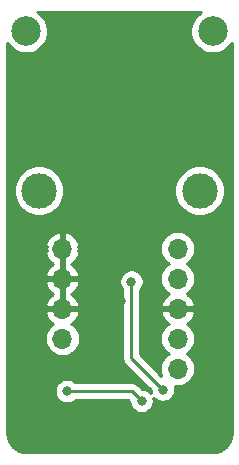
<source format=gbl>
G04 #@! TF.GenerationSoftware,KiCad,Pcbnew,(5.1.0)-1*
G04 #@! TF.CreationDate,2019-04-10T14:00:02-04:00*
G04 #@! TF.ProjectId,thermocouple_daughter,74686572-6d6f-4636-9f75-706c655f6461,rev?*
G04 #@! TF.SameCoordinates,Original*
G04 #@! TF.FileFunction,Copper,L2,Bot*
G04 #@! TF.FilePolarity,Positive*
%FSLAX46Y46*%
G04 Gerber Fmt 4.6, Leading zero omitted, Abs format (unit mm)*
G04 Created by KiCad (PCBNEW (5.1.0)-1) date 2019-04-10 14:00:02*
%MOMM*%
%LPD*%
G04 APERTURE LIST*
%ADD10C,3.000000*%
%ADD11C,2.500000*%
%ADD12O,1.700000X1.700000*%
%ADD13C,0.800000*%
%ADD14C,0.250000*%
%ADD15C,0.254000*%
G04 APERTURE END LIST*
D10*
X164534000Y-87033000D03*
X150934000Y-87033000D03*
D11*
X165634000Y-73533000D03*
X149834000Y-73533000D03*
D12*
X162668000Y-102108000D03*
X152908000Y-99568000D03*
X162668000Y-99568000D03*
X152908000Y-97028000D03*
X162668000Y-97028000D03*
X152908000Y-94488000D03*
X162668000Y-94488000D03*
X152908000Y-91948000D03*
X162668000Y-91948000D03*
D13*
X158750000Y-94742000D03*
X161417000Y-103886000D03*
X155067000Y-98679000D03*
X157861000Y-96393000D03*
X155194000Y-95123000D03*
X156464000Y-105791000D03*
X160401000Y-108077000D03*
X164719000Y-101600000D03*
X157607000Y-99822000D03*
X159619469Y-104836837D03*
X153289000Y-104013000D03*
D14*
X158750000Y-101219000D02*
X158750000Y-94742000D01*
X161417000Y-103886000D02*
X158750000Y-101219000D01*
X159619469Y-104836837D02*
X158795632Y-104013000D01*
X158795632Y-104013000D02*
X153289000Y-104013000D01*
D15*
G36*
X164432382Y-72068825D02*
G01*
X164169825Y-72331382D01*
X163963534Y-72640118D01*
X163821439Y-72983166D01*
X163749000Y-73347344D01*
X163749000Y-73718656D01*
X163821439Y-74082834D01*
X163963534Y-74425882D01*
X164169825Y-74734618D01*
X164432382Y-74997175D01*
X164741118Y-75203466D01*
X165084166Y-75345561D01*
X165448344Y-75418000D01*
X165819656Y-75418000D01*
X166183834Y-75345561D01*
X166526882Y-75203466D01*
X166835618Y-74997175D01*
X167098175Y-74734618D01*
X167234000Y-74531342D01*
X167234001Y-107536711D01*
X167199928Y-107884209D01*
X167108384Y-108187417D01*
X166959693Y-108467063D01*
X166759516Y-108712505D01*
X166515476Y-108914392D01*
X166236875Y-109065031D01*
X165934313Y-109158690D01*
X165588842Y-109195000D01*
X149892279Y-109195000D01*
X149544791Y-109160928D01*
X149241583Y-109069384D01*
X148961937Y-108920693D01*
X148716495Y-108720516D01*
X148514608Y-108476476D01*
X148363969Y-108197875D01*
X148270310Y-107895313D01*
X148234000Y-107549842D01*
X148234000Y-103911061D01*
X152254000Y-103911061D01*
X152254000Y-104114939D01*
X152293774Y-104314898D01*
X152371795Y-104503256D01*
X152485063Y-104672774D01*
X152629226Y-104816937D01*
X152798744Y-104930205D01*
X152987102Y-105008226D01*
X153187061Y-105048000D01*
X153390939Y-105048000D01*
X153590898Y-105008226D01*
X153779256Y-104930205D01*
X153948774Y-104816937D01*
X153992711Y-104773000D01*
X158480830Y-104773000D01*
X158584469Y-104876639D01*
X158584469Y-104938776D01*
X158624243Y-105138735D01*
X158702264Y-105327093D01*
X158815532Y-105496611D01*
X158959695Y-105640774D01*
X159129213Y-105754042D01*
X159317571Y-105832063D01*
X159517530Y-105871837D01*
X159721408Y-105871837D01*
X159921367Y-105832063D01*
X160109725Y-105754042D01*
X160279243Y-105640774D01*
X160423406Y-105496611D01*
X160536674Y-105327093D01*
X160614695Y-105138735D01*
X160654469Y-104938776D01*
X160654469Y-104734898D01*
X160617791Y-104550502D01*
X160757226Y-104689937D01*
X160926744Y-104803205D01*
X161115102Y-104881226D01*
X161315061Y-104921000D01*
X161518939Y-104921000D01*
X161718898Y-104881226D01*
X161907256Y-104803205D01*
X162076774Y-104689937D01*
X162220937Y-104545774D01*
X162334205Y-104376256D01*
X162412226Y-104187898D01*
X162452000Y-103987939D01*
X162452000Y-103784061D01*
X162412226Y-103584102D01*
X162408293Y-103574606D01*
X162595050Y-103593000D01*
X162740950Y-103593000D01*
X162959111Y-103571513D01*
X163239034Y-103486599D01*
X163497014Y-103348706D01*
X163723134Y-103163134D01*
X163908706Y-102937014D01*
X164046599Y-102679034D01*
X164131513Y-102399111D01*
X164160185Y-102108000D01*
X164131513Y-101816889D01*
X164046599Y-101536966D01*
X163908706Y-101278986D01*
X163723134Y-101052866D01*
X163497014Y-100867294D01*
X163442209Y-100838000D01*
X163497014Y-100808706D01*
X163723134Y-100623134D01*
X163908706Y-100397014D01*
X164046599Y-100139034D01*
X164131513Y-99859111D01*
X164160185Y-99568000D01*
X164131513Y-99276889D01*
X164046599Y-98996966D01*
X163908706Y-98738986D01*
X163723134Y-98512866D01*
X163497014Y-98327294D01*
X163432477Y-98292799D01*
X163549355Y-98223178D01*
X163765588Y-98028269D01*
X163939641Y-97794920D01*
X164064825Y-97532099D01*
X164109476Y-97384890D01*
X163988155Y-97155000D01*
X162795000Y-97155000D01*
X162795000Y-97175000D01*
X162541000Y-97175000D01*
X162541000Y-97155000D01*
X161347845Y-97155000D01*
X161226524Y-97384890D01*
X161271175Y-97532099D01*
X161396359Y-97794920D01*
X161570412Y-98028269D01*
X161786645Y-98223178D01*
X161903523Y-98292799D01*
X161838986Y-98327294D01*
X161612866Y-98512866D01*
X161427294Y-98738986D01*
X161289401Y-98996966D01*
X161204487Y-99276889D01*
X161175815Y-99568000D01*
X161204487Y-99859111D01*
X161289401Y-100139034D01*
X161427294Y-100397014D01*
X161612866Y-100623134D01*
X161838986Y-100808706D01*
X161893791Y-100838000D01*
X161838986Y-100867294D01*
X161612866Y-101052866D01*
X161427294Y-101278986D01*
X161289401Y-101536966D01*
X161204487Y-101816889D01*
X161175815Y-102108000D01*
X161204487Y-102399111D01*
X161289401Y-102679034D01*
X161294643Y-102688841D01*
X159510000Y-100904199D01*
X159510000Y-95445711D01*
X159553937Y-95401774D01*
X159667205Y-95232256D01*
X159745226Y-95043898D01*
X159785000Y-94843939D01*
X159785000Y-94640061D01*
X159745226Y-94440102D01*
X159667205Y-94251744D01*
X159553937Y-94082226D01*
X159409774Y-93938063D01*
X159240256Y-93824795D01*
X159051898Y-93746774D01*
X158851939Y-93707000D01*
X158648061Y-93707000D01*
X158448102Y-93746774D01*
X158259744Y-93824795D01*
X158090226Y-93938063D01*
X157946063Y-94082226D01*
X157832795Y-94251744D01*
X157754774Y-94440102D01*
X157715000Y-94640061D01*
X157715000Y-94843939D01*
X157754774Y-95043898D01*
X157832795Y-95232256D01*
X157946063Y-95401774D01*
X157990001Y-95445712D01*
X157990000Y-101181677D01*
X157986324Y-101219000D01*
X157990000Y-101256322D01*
X157990000Y-101256332D01*
X158000997Y-101367985D01*
X158044454Y-101511246D01*
X158115026Y-101643276D01*
X158154871Y-101691826D01*
X158209999Y-101759001D01*
X158239003Y-101782804D01*
X160382000Y-103925802D01*
X160382000Y-103987939D01*
X160418678Y-104172335D01*
X160279243Y-104032900D01*
X160109725Y-103919632D01*
X159921367Y-103841611D01*
X159721408Y-103801837D01*
X159659271Y-103801837D01*
X159359435Y-103502002D01*
X159335633Y-103472999D01*
X159219908Y-103378026D01*
X159087879Y-103307454D01*
X158944618Y-103263997D01*
X158832965Y-103253000D01*
X158832954Y-103253000D01*
X158795632Y-103249324D01*
X158758310Y-103253000D01*
X153992711Y-103253000D01*
X153948774Y-103209063D01*
X153779256Y-103095795D01*
X153590898Y-103017774D01*
X153390939Y-102978000D01*
X153187061Y-102978000D01*
X152987102Y-103017774D01*
X152798744Y-103095795D01*
X152629226Y-103209063D01*
X152485063Y-103353226D01*
X152371795Y-103522744D01*
X152293774Y-103711102D01*
X152254000Y-103911061D01*
X148234000Y-103911061D01*
X148234000Y-99568000D01*
X151415815Y-99568000D01*
X151444487Y-99859111D01*
X151529401Y-100139034D01*
X151667294Y-100397014D01*
X151852866Y-100623134D01*
X152078986Y-100808706D01*
X152336966Y-100946599D01*
X152616889Y-101031513D01*
X152835050Y-101053000D01*
X152980950Y-101053000D01*
X153199111Y-101031513D01*
X153479034Y-100946599D01*
X153737014Y-100808706D01*
X153963134Y-100623134D01*
X154148706Y-100397014D01*
X154286599Y-100139034D01*
X154371513Y-99859111D01*
X154400185Y-99568000D01*
X154371513Y-99276889D01*
X154286599Y-98996966D01*
X154148706Y-98738986D01*
X153963134Y-98512866D01*
X153737014Y-98327294D01*
X153672477Y-98292799D01*
X153789355Y-98223178D01*
X154005588Y-98028269D01*
X154179641Y-97794920D01*
X154304825Y-97532099D01*
X154349476Y-97384890D01*
X154228155Y-97155000D01*
X153035000Y-97155000D01*
X153035000Y-97175000D01*
X152781000Y-97175000D01*
X152781000Y-97155000D01*
X151587845Y-97155000D01*
X151466524Y-97384890D01*
X151511175Y-97532099D01*
X151636359Y-97794920D01*
X151810412Y-98028269D01*
X152026645Y-98223178D01*
X152143523Y-98292799D01*
X152078986Y-98327294D01*
X151852866Y-98512866D01*
X151667294Y-98738986D01*
X151529401Y-98996966D01*
X151444487Y-99276889D01*
X151415815Y-99568000D01*
X148234000Y-99568000D01*
X148234000Y-94844890D01*
X151466524Y-94844890D01*
X151511175Y-94992099D01*
X151636359Y-95254920D01*
X151810412Y-95488269D01*
X152026645Y-95683178D01*
X152152255Y-95758000D01*
X152026645Y-95832822D01*
X151810412Y-96027731D01*
X151636359Y-96261080D01*
X151511175Y-96523901D01*
X151466524Y-96671110D01*
X151587845Y-96901000D01*
X152781000Y-96901000D01*
X152781000Y-94615000D01*
X153035000Y-94615000D01*
X153035000Y-96901000D01*
X154228155Y-96901000D01*
X154349476Y-96671110D01*
X154304825Y-96523901D01*
X154179641Y-96261080D01*
X154005588Y-96027731D01*
X153789355Y-95832822D01*
X153663745Y-95758000D01*
X153789355Y-95683178D01*
X154005588Y-95488269D01*
X154179641Y-95254920D01*
X154304825Y-94992099D01*
X154349476Y-94844890D01*
X154228155Y-94615000D01*
X153035000Y-94615000D01*
X152781000Y-94615000D01*
X151587845Y-94615000D01*
X151466524Y-94844890D01*
X148234000Y-94844890D01*
X148234000Y-91820998D01*
X151423000Y-91820998D01*
X151423000Y-92075002D01*
X151587844Y-92075002D01*
X151466524Y-92304890D01*
X151511175Y-92452099D01*
X151636359Y-92714920D01*
X151810412Y-92948269D01*
X152026645Y-93143178D01*
X152152255Y-93218000D01*
X152026645Y-93292822D01*
X151810412Y-93487731D01*
X151636359Y-93721080D01*
X151511175Y-93983901D01*
X151466524Y-94131110D01*
X151587845Y-94361000D01*
X152781000Y-94361000D01*
X152781000Y-92075000D01*
X152761000Y-92075000D01*
X152761000Y-91821000D01*
X152781000Y-91821000D01*
X152781000Y-90627186D01*
X153035000Y-90627186D01*
X153035000Y-91821000D01*
X153055000Y-91821000D01*
X153055000Y-92075000D01*
X153035000Y-92075000D01*
X153035000Y-94361000D01*
X154228155Y-94361000D01*
X154349476Y-94131110D01*
X154304825Y-93983901D01*
X154179641Y-93721080D01*
X154005588Y-93487731D01*
X153789355Y-93292822D01*
X153663745Y-93218000D01*
X153789355Y-93143178D01*
X154005588Y-92948269D01*
X154179641Y-92714920D01*
X154304825Y-92452099D01*
X154349476Y-92304890D01*
X154228156Y-92075002D01*
X154393000Y-92075002D01*
X154393000Y-91948000D01*
X161175815Y-91948000D01*
X161204487Y-92239111D01*
X161289401Y-92519034D01*
X161427294Y-92777014D01*
X161612866Y-93003134D01*
X161838986Y-93188706D01*
X161893791Y-93218000D01*
X161838986Y-93247294D01*
X161612866Y-93432866D01*
X161427294Y-93658986D01*
X161289401Y-93916966D01*
X161204487Y-94196889D01*
X161175815Y-94488000D01*
X161204487Y-94779111D01*
X161289401Y-95059034D01*
X161427294Y-95317014D01*
X161612866Y-95543134D01*
X161838986Y-95728706D01*
X161903523Y-95763201D01*
X161786645Y-95832822D01*
X161570412Y-96027731D01*
X161396359Y-96261080D01*
X161271175Y-96523901D01*
X161226524Y-96671110D01*
X161347845Y-96901000D01*
X162541000Y-96901000D01*
X162541000Y-96881000D01*
X162795000Y-96881000D01*
X162795000Y-96901000D01*
X163988155Y-96901000D01*
X164109476Y-96671110D01*
X164064825Y-96523901D01*
X163939641Y-96261080D01*
X163765588Y-96027731D01*
X163549355Y-95832822D01*
X163432477Y-95763201D01*
X163497014Y-95728706D01*
X163723134Y-95543134D01*
X163908706Y-95317014D01*
X164046599Y-95059034D01*
X164131513Y-94779111D01*
X164160185Y-94488000D01*
X164131513Y-94196889D01*
X164046599Y-93916966D01*
X163908706Y-93658986D01*
X163723134Y-93432866D01*
X163497014Y-93247294D01*
X163442209Y-93218000D01*
X163497014Y-93188706D01*
X163723134Y-93003134D01*
X163908706Y-92777014D01*
X164046599Y-92519034D01*
X164131513Y-92239111D01*
X164160185Y-91948000D01*
X164131513Y-91656889D01*
X164046599Y-91376966D01*
X163908706Y-91118986D01*
X163723134Y-90892866D01*
X163497014Y-90707294D01*
X163239034Y-90569401D01*
X162959111Y-90484487D01*
X162740950Y-90463000D01*
X162595050Y-90463000D01*
X162376889Y-90484487D01*
X162096966Y-90569401D01*
X161838986Y-90707294D01*
X161612866Y-90892866D01*
X161427294Y-91118986D01*
X161289401Y-91376966D01*
X161204487Y-91656889D01*
X161175815Y-91948000D01*
X154393000Y-91948000D01*
X154393000Y-91820998D01*
X154228156Y-91820998D01*
X154349476Y-91591110D01*
X154304825Y-91443901D01*
X154179641Y-91181080D01*
X154005588Y-90947731D01*
X153789355Y-90752822D01*
X153539252Y-90603843D01*
X153264891Y-90506519D01*
X153035000Y-90627186D01*
X152781000Y-90627186D01*
X152551109Y-90506519D01*
X152276748Y-90603843D01*
X152026645Y-90752822D01*
X151810412Y-90947731D01*
X151636359Y-91181080D01*
X151511175Y-91443901D01*
X151466524Y-91591110D01*
X151587844Y-91820998D01*
X151423000Y-91820998D01*
X148234000Y-91820998D01*
X148234000Y-86822721D01*
X148799000Y-86822721D01*
X148799000Y-87243279D01*
X148881047Y-87655756D01*
X149041988Y-88044302D01*
X149275637Y-88393983D01*
X149573017Y-88691363D01*
X149922698Y-88925012D01*
X150311244Y-89085953D01*
X150723721Y-89168000D01*
X151144279Y-89168000D01*
X151556756Y-89085953D01*
X151945302Y-88925012D01*
X152294983Y-88691363D01*
X152592363Y-88393983D01*
X152826012Y-88044302D01*
X152986953Y-87655756D01*
X153069000Y-87243279D01*
X153069000Y-86822721D01*
X162399000Y-86822721D01*
X162399000Y-87243279D01*
X162481047Y-87655756D01*
X162641988Y-88044302D01*
X162875637Y-88393983D01*
X163173017Y-88691363D01*
X163522698Y-88925012D01*
X163911244Y-89085953D01*
X164323721Y-89168000D01*
X164744279Y-89168000D01*
X165156756Y-89085953D01*
X165545302Y-88925012D01*
X165894983Y-88691363D01*
X166192363Y-88393983D01*
X166426012Y-88044302D01*
X166586953Y-87655756D01*
X166669000Y-87243279D01*
X166669000Y-86822721D01*
X166586953Y-86410244D01*
X166426012Y-86021698D01*
X166192363Y-85672017D01*
X165894983Y-85374637D01*
X165545302Y-85140988D01*
X165156756Y-84980047D01*
X164744279Y-84898000D01*
X164323721Y-84898000D01*
X163911244Y-84980047D01*
X163522698Y-85140988D01*
X163173017Y-85374637D01*
X162875637Y-85672017D01*
X162641988Y-86021698D01*
X162481047Y-86410244D01*
X162399000Y-86822721D01*
X153069000Y-86822721D01*
X152986953Y-86410244D01*
X152826012Y-86021698D01*
X152592363Y-85672017D01*
X152294983Y-85374637D01*
X151945302Y-85140988D01*
X151556756Y-84980047D01*
X151144279Y-84898000D01*
X150723721Y-84898000D01*
X150311244Y-84980047D01*
X149922698Y-85140988D01*
X149573017Y-85374637D01*
X149275637Y-85672017D01*
X149041988Y-86021698D01*
X148881047Y-86410244D01*
X148799000Y-86822721D01*
X148234000Y-86822721D01*
X148234000Y-74531342D01*
X148369825Y-74734618D01*
X148632382Y-74997175D01*
X148941118Y-75203466D01*
X149284166Y-75345561D01*
X149648344Y-75418000D01*
X150019656Y-75418000D01*
X150383834Y-75345561D01*
X150726882Y-75203466D01*
X151035618Y-74997175D01*
X151298175Y-74734618D01*
X151504466Y-74425882D01*
X151646561Y-74082834D01*
X151719000Y-73718656D01*
X151719000Y-73347344D01*
X151646561Y-72983166D01*
X151504466Y-72640118D01*
X151298175Y-72331382D01*
X151035618Y-72068825D01*
X150793430Y-71907000D01*
X164674570Y-71907000D01*
X164432382Y-72068825D01*
X164432382Y-72068825D01*
G37*
X164432382Y-72068825D02*
X164169825Y-72331382D01*
X163963534Y-72640118D01*
X163821439Y-72983166D01*
X163749000Y-73347344D01*
X163749000Y-73718656D01*
X163821439Y-74082834D01*
X163963534Y-74425882D01*
X164169825Y-74734618D01*
X164432382Y-74997175D01*
X164741118Y-75203466D01*
X165084166Y-75345561D01*
X165448344Y-75418000D01*
X165819656Y-75418000D01*
X166183834Y-75345561D01*
X166526882Y-75203466D01*
X166835618Y-74997175D01*
X167098175Y-74734618D01*
X167234000Y-74531342D01*
X167234001Y-107536711D01*
X167199928Y-107884209D01*
X167108384Y-108187417D01*
X166959693Y-108467063D01*
X166759516Y-108712505D01*
X166515476Y-108914392D01*
X166236875Y-109065031D01*
X165934313Y-109158690D01*
X165588842Y-109195000D01*
X149892279Y-109195000D01*
X149544791Y-109160928D01*
X149241583Y-109069384D01*
X148961937Y-108920693D01*
X148716495Y-108720516D01*
X148514608Y-108476476D01*
X148363969Y-108197875D01*
X148270310Y-107895313D01*
X148234000Y-107549842D01*
X148234000Y-103911061D01*
X152254000Y-103911061D01*
X152254000Y-104114939D01*
X152293774Y-104314898D01*
X152371795Y-104503256D01*
X152485063Y-104672774D01*
X152629226Y-104816937D01*
X152798744Y-104930205D01*
X152987102Y-105008226D01*
X153187061Y-105048000D01*
X153390939Y-105048000D01*
X153590898Y-105008226D01*
X153779256Y-104930205D01*
X153948774Y-104816937D01*
X153992711Y-104773000D01*
X158480830Y-104773000D01*
X158584469Y-104876639D01*
X158584469Y-104938776D01*
X158624243Y-105138735D01*
X158702264Y-105327093D01*
X158815532Y-105496611D01*
X158959695Y-105640774D01*
X159129213Y-105754042D01*
X159317571Y-105832063D01*
X159517530Y-105871837D01*
X159721408Y-105871837D01*
X159921367Y-105832063D01*
X160109725Y-105754042D01*
X160279243Y-105640774D01*
X160423406Y-105496611D01*
X160536674Y-105327093D01*
X160614695Y-105138735D01*
X160654469Y-104938776D01*
X160654469Y-104734898D01*
X160617791Y-104550502D01*
X160757226Y-104689937D01*
X160926744Y-104803205D01*
X161115102Y-104881226D01*
X161315061Y-104921000D01*
X161518939Y-104921000D01*
X161718898Y-104881226D01*
X161907256Y-104803205D01*
X162076774Y-104689937D01*
X162220937Y-104545774D01*
X162334205Y-104376256D01*
X162412226Y-104187898D01*
X162452000Y-103987939D01*
X162452000Y-103784061D01*
X162412226Y-103584102D01*
X162408293Y-103574606D01*
X162595050Y-103593000D01*
X162740950Y-103593000D01*
X162959111Y-103571513D01*
X163239034Y-103486599D01*
X163497014Y-103348706D01*
X163723134Y-103163134D01*
X163908706Y-102937014D01*
X164046599Y-102679034D01*
X164131513Y-102399111D01*
X164160185Y-102108000D01*
X164131513Y-101816889D01*
X164046599Y-101536966D01*
X163908706Y-101278986D01*
X163723134Y-101052866D01*
X163497014Y-100867294D01*
X163442209Y-100838000D01*
X163497014Y-100808706D01*
X163723134Y-100623134D01*
X163908706Y-100397014D01*
X164046599Y-100139034D01*
X164131513Y-99859111D01*
X164160185Y-99568000D01*
X164131513Y-99276889D01*
X164046599Y-98996966D01*
X163908706Y-98738986D01*
X163723134Y-98512866D01*
X163497014Y-98327294D01*
X163432477Y-98292799D01*
X163549355Y-98223178D01*
X163765588Y-98028269D01*
X163939641Y-97794920D01*
X164064825Y-97532099D01*
X164109476Y-97384890D01*
X163988155Y-97155000D01*
X162795000Y-97155000D01*
X162795000Y-97175000D01*
X162541000Y-97175000D01*
X162541000Y-97155000D01*
X161347845Y-97155000D01*
X161226524Y-97384890D01*
X161271175Y-97532099D01*
X161396359Y-97794920D01*
X161570412Y-98028269D01*
X161786645Y-98223178D01*
X161903523Y-98292799D01*
X161838986Y-98327294D01*
X161612866Y-98512866D01*
X161427294Y-98738986D01*
X161289401Y-98996966D01*
X161204487Y-99276889D01*
X161175815Y-99568000D01*
X161204487Y-99859111D01*
X161289401Y-100139034D01*
X161427294Y-100397014D01*
X161612866Y-100623134D01*
X161838986Y-100808706D01*
X161893791Y-100838000D01*
X161838986Y-100867294D01*
X161612866Y-101052866D01*
X161427294Y-101278986D01*
X161289401Y-101536966D01*
X161204487Y-101816889D01*
X161175815Y-102108000D01*
X161204487Y-102399111D01*
X161289401Y-102679034D01*
X161294643Y-102688841D01*
X159510000Y-100904199D01*
X159510000Y-95445711D01*
X159553937Y-95401774D01*
X159667205Y-95232256D01*
X159745226Y-95043898D01*
X159785000Y-94843939D01*
X159785000Y-94640061D01*
X159745226Y-94440102D01*
X159667205Y-94251744D01*
X159553937Y-94082226D01*
X159409774Y-93938063D01*
X159240256Y-93824795D01*
X159051898Y-93746774D01*
X158851939Y-93707000D01*
X158648061Y-93707000D01*
X158448102Y-93746774D01*
X158259744Y-93824795D01*
X158090226Y-93938063D01*
X157946063Y-94082226D01*
X157832795Y-94251744D01*
X157754774Y-94440102D01*
X157715000Y-94640061D01*
X157715000Y-94843939D01*
X157754774Y-95043898D01*
X157832795Y-95232256D01*
X157946063Y-95401774D01*
X157990001Y-95445712D01*
X157990000Y-101181677D01*
X157986324Y-101219000D01*
X157990000Y-101256322D01*
X157990000Y-101256332D01*
X158000997Y-101367985D01*
X158044454Y-101511246D01*
X158115026Y-101643276D01*
X158154871Y-101691826D01*
X158209999Y-101759001D01*
X158239003Y-101782804D01*
X160382000Y-103925802D01*
X160382000Y-103987939D01*
X160418678Y-104172335D01*
X160279243Y-104032900D01*
X160109725Y-103919632D01*
X159921367Y-103841611D01*
X159721408Y-103801837D01*
X159659271Y-103801837D01*
X159359435Y-103502002D01*
X159335633Y-103472999D01*
X159219908Y-103378026D01*
X159087879Y-103307454D01*
X158944618Y-103263997D01*
X158832965Y-103253000D01*
X158832954Y-103253000D01*
X158795632Y-103249324D01*
X158758310Y-103253000D01*
X153992711Y-103253000D01*
X153948774Y-103209063D01*
X153779256Y-103095795D01*
X153590898Y-103017774D01*
X153390939Y-102978000D01*
X153187061Y-102978000D01*
X152987102Y-103017774D01*
X152798744Y-103095795D01*
X152629226Y-103209063D01*
X152485063Y-103353226D01*
X152371795Y-103522744D01*
X152293774Y-103711102D01*
X152254000Y-103911061D01*
X148234000Y-103911061D01*
X148234000Y-99568000D01*
X151415815Y-99568000D01*
X151444487Y-99859111D01*
X151529401Y-100139034D01*
X151667294Y-100397014D01*
X151852866Y-100623134D01*
X152078986Y-100808706D01*
X152336966Y-100946599D01*
X152616889Y-101031513D01*
X152835050Y-101053000D01*
X152980950Y-101053000D01*
X153199111Y-101031513D01*
X153479034Y-100946599D01*
X153737014Y-100808706D01*
X153963134Y-100623134D01*
X154148706Y-100397014D01*
X154286599Y-100139034D01*
X154371513Y-99859111D01*
X154400185Y-99568000D01*
X154371513Y-99276889D01*
X154286599Y-98996966D01*
X154148706Y-98738986D01*
X153963134Y-98512866D01*
X153737014Y-98327294D01*
X153672477Y-98292799D01*
X153789355Y-98223178D01*
X154005588Y-98028269D01*
X154179641Y-97794920D01*
X154304825Y-97532099D01*
X154349476Y-97384890D01*
X154228155Y-97155000D01*
X153035000Y-97155000D01*
X153035000Y-97175000D01*
X152781000Y-97175000D01*
X152781000Y-97155000D01*
X151587845Y-97155000D01*
X151466524Y-97384890D01*
X151511175Y-97532099D01*
X151636359Y-97794920D01*
X151810412Y-98028269D01*
X152026645Y-98223178D01*
X152143523Y-98292799D01*
X152078986Y-98327294D01*
X151852866Y-98512866D01*
X151667294Y-98738986D01*
X151529401Y-98996966D01*
X151444487Y-99276889D01*
X151415815Y-99568000D01*
X148234000Y-99568000D01*
X148234000Y-94844890D01*
X151466524Y-94844890D01*
X151511175Y-94992099D01*
X151636359Y-95254920D01*
X151810412Y-95488269D01*
X152026645Y-95683178D01*
X152152255Y-95758000D01*
X152026645Y-95832822D01*
X151810412Y-96027731D01*
X151636359Y-96261080D01*
X151511175Y-96523901D01*
X151466524Y-96671110D01*
X151587845Y-96901000D01*
X152781000Y-96901000D01*
X152781000Y-94615000D01*
X153035000Y-94615000D01*
X153035000Y-96901000D01*
X154228155Y-96901000D01*
X154349476Y-96671110D01*
X154304825Y-96523901D01*
X154179641Y-96261080D01*
X154005588Y-96027731D01*
X153789355Y-95832822D01*
X153663745Y-95758000D01*
X153789355Y-95683178D01*
X154005588Y-95488269D01*
X154179641Y-95254920D01*
X154304825Y-94992099D01*
X154349476Y-94844890D01*
X154228155Y-94615000D01*
X153035000Y-94615000D01*
X152781000Y-94615000D01*
X151587845Y-94615000D01*
X151466524Y-94844890D01*
X148234000Y-94844890D01*
X148234000Y-91820998D01*
X151423000Y-91820998D01*
X151423000Y-92075002D01*
X151587844Y-92075002D01*
X151466524Y-92304890D01*
X151511175Y-92452099D01*
X151636359Y-92714920D01*
X151810412Y-92948269D01*
X152026645Y-93143178D01*
X152152255Y-93218000D01*
X152026645Y-93292822D01*
X151810412Y-93487731D01*
X151636359Y-93721080D01*
X151511175Y-93983901D01*
X151466524Y-94131110D01*
X151587845Y-94361000D01*
X152781000Y-94361000D01*
X152781000Y-92075000D01*
X152761000Y-92075000D01*
X152761000Y-91821000D01*
X152781000Y-91821000D01*
X152781000Y-90627186D01*
X153035000Y-90627186D01*
X153035000Y-91821000D01*
X153055000Y-91821000D01*
X153055000Y-92075000D01*
X153035000Y-92075000D01*
X153035000Y-94361000D01*
X154228155Y-94361000D01*
X154349476Y-94131110D01*
X154304825Y-93983901D01*
X154179641Y-93721080D01*
X154005588Y-93487731D01*
X153789355Y-93292822D01*
X153663745Y-93218000D01*
X153789355Y-93143178D01*
X154005588Y-92948269D01*
X154179641Y-92714920D01*
X154304825Y-92452099D01*
X154349476Y-92304890D01*
X154228156Y-92075002D01*
X154393000Y-92075002D01*
X154393000Y-91948000D01*
X161175815Y-91948000D01*
X161204487Y-92239111D01*
X161289401Y-92519034D01*
X161427294Y-92777014D01*
X161612866Y-93003134D01*
X161838986Y-93188706D01*
X161893791Y-93218000D01*
X161838986Y-93247294D01*
X161612866Y-93432866D01*
X161427294Y-93658986D01*
X161289401Y-93916966D01*
X161204487Y-94196889D01*
X161175815Y-94488000D01*
X161204487Y-94779111D01*
X161289401Y-95059034D01*
X161427294Y-95317014D01*
X161612866Y-95543134D01*
X161838986Y-95728706D01*
X161903523Y-95763201D01*
X161786645Y-95832822D01*
X161570412Y-96027731D01*
X161396359Y-96261080D01*
X161271175Y-96523901D01*
X161226524Y-96671110D01*
X161347845Y-96901000D01*
X162541000Y-96901000D01*
X162541000Y-96881000D01*
X162795000Y-96881000D01*
X162795000Y-96901000D01*
X163988155Y-96901000D01*
X164109476Y-96671110D01*
X164064825Y-96523901D01*
X163939641Y-96261080D01*
X163765588Y-96027731D01*
X163549355Y-95832822D01*
X163432477Y-95763201D01*
X163497014Y-95728706D01*
X163723134Y-95543134D01*
X163908706Y-95317014D01*
X164046599Y-95059034D01*
X164131513Y-94779111D01*
X164160185Y-94488000D01*
X164131513Y-94196889D01*
X164046599Y-93916966D01*
X163908706Y-93658986D01*
X163723134Y-93432866D01*
X163497014Y-93247294D01*
X163442209Y-93218000D01*
X163497014Y-93188706D01*
X163723134Y-93003134D01*
X163908706Y-92777014D01*
X164046599Y-92519034D01*
X164131513Y-92239111D01*
X164160185Y-91948000D01*
X164131513Y-91656889D01*
X164046599Y-91376966D01*
X163908706Y-91118986D01*
X163723134Y-90892866D01*
X163497014Y-90707294D01*
X163239034Y-90569401D01*
X162959111Y-90484487D01*
X162740950Y-90463000D01*
X162595050Y-90463000D01*
X162376889Y-90484487D01*
X162096966Y-90569401D01*
X161838986Y-90707294D01*
X161612866Y-90892866D01*
X161427294Y-91118986D01*
X161289401Y-91376966D01*
X161204487Y-91656889D01*
X161175815Y-91948000D01*
X154393000Y-91948000D01*
X154393000Y-91820998D01*
X154228156Y-91820998D01*
X154349476Y-91591110D01*
X154304825Y-91443901D01*
X154179641Y-91181080D01*
X154005588Y-90947731D01*
X153789355Y-90752822D01*
X153539252Y-90603843D01*
X153264891Y-90506519D01*
X153035000Y-90627186D01*
X152781000Y-90627186D01*
X152551109Y-90506519D01*
X152276748Y-90603843D01*
X152026645Y-90752822D01*
X151810412Y-90947731D01*
X151636359Y-91181080D01*
X151511175Y-91443901D01*
X151466524Y-91591110D01*
X151587844Y-91820998D01*
X151423000Y-91820998D01*
X148234000Y-91820998D01*
X148234000Y-86822721D01*
X148799000Y-86822721D01*
X148799000Y-87243279D01*
X148881047Y-87655756D01*
X149041988Y-88044302D01*
X149275637Y-88393983D01*
X149573017Y-88691363D01*
X149922698Y-88925012D01*
X150311244Y-89085953D01*
X150723721Y-89168000D01*
X151144279Y-89168000D01*
X151556756Y-89085953D01*
X151945302Y-88925012D01*
X152294983Y-88691363D01*
X152592363Y-88393983D01*
X152826012Y-88044302D01*
X152986953Y-87655756D01*
X153069000Y-87243279D01*
X153069000Y-86822721D01*
X162399000Y-86822721D01*
X162399000Y-87243279D01*
X162481047Y-87655756D01*
X162641988Y-88044302D01*
X162875637Y-88393983D01*
X163173017Y-88691363D01*
X163522698Y-88925012D01*
X163911244Y-89085953D01*
X164323721Y-89168000D01*
X164744279Y-89168000D01*
X165156756Y-89085953D01*
X165545302Y-88925012D01*
X165894983Y-88691363D01*
X166192363Y-88393983D01*
X166426012Y-88044302D01*
X166586953Y-87655756D01*
X166669000Y-87243279D01*
X166669000Y-86822721D01*
X166586953Y-86410244D01*
X166426012Y-86021698D01*
X166192363Y-85672017D01*
X165894983Y-85374637D01*
X165545302Y-85140988D01*
X165156756Y-84980047D01*
X164744279Y-84898000D01*
X164323721Y-84898000D01*
X163911244Y-84980047D01*
X163522698Y-85140988D01*
X163173017Y-85374637D01*
X162875637Y-85672017D01*
X162641988Y-86021698D01*
X162481047Y-86410244D01*
X162399000Y-86822721D01*
X153069000Y-86822721D01*
X152986953Y-86410244D01*
X152826012Y-86021698D01*
X152592363Y-85672017D01*
X152294983Y-85374637D01*
X151945302Y-85140988D01*
X151556756Y-84980047D01*
X151144279Y-84898000D01*
X150723721Y-84898000D01*
X150311244Y-84980047D01*
X149922698Y-85140988D01*
X149573017Y-85374637D01*
X149275637Y-85672017D01*
X149041988Y-86021698D01*
X148881047Y-86410244D01*
X148799000Y-86822721D01*
X148234000Y-86822721D01*
X148234000Y-74531342D01*
X148369825Y-74734618D01*
X148632382Y-74997175D01*
X148941118Y-75203466D01*
X149284166Y-75345561D01*
X149648344Y-75418000D01*
X150019656Y-75418000D01*
X150383834Y-75345561D01*
X150726882Y-75203466D01*
X151035618Y-74997175D01*
X151298175Y-74734618D01*
X151504466Y-74425882D01*
X151646561Y-74082834D01*
X151719000Y-73718656D01*
X151719000Y-73347344D01*
X151646561Y-72983166D01*
X151504466Y-72640118D01*
X151298175Y-72331382D01*
X151035618Y-72068825D01*
X150793430Y-71907000D01*
X164674570Y-71907000D01*
X164432382Y-72068825D01*
M02*

</source>
